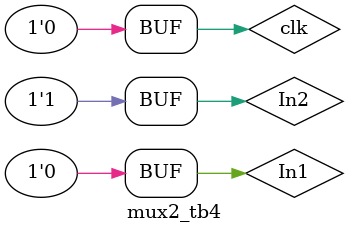
<source format=v>
`timescale 1ns/1ns
`include "mux2.v"
module mux2_tb4;
	wire Out;
	reg In1,In2,clk;
	mux2 mux2(clk, In1, In2, Out );
	initial
		begin
	
   #3 In2=1'b0;In1=1'b1; clk=1'b0;
   #5 In2=1'b0;In1=1'b1; clk=1'b1;
   #3 In2=1'b0;In1=1'b0; clk=1'b1;
   #5 In2=1'b1;In1=1'b0; clk=1'b0;

   #3 In2=1'b1;In1=1'b1; clk=1'b0;
   #5 In2=1'b1;In1=1'b1; clk=1'b1;
   #3 In2=1'b1;In1=1'b0; clk=1'b1;
   #5 In2=1'b0;In1=1'b0; clk=1'b0;
  
   #3 In2=1'b0;In1=1'b1; clk=1'b0;
   #5 In2=1'b0;In1=1'b1; clk=1'b1;
   #3 In2=1'b1;In1=1'b0; clk=1'b1;
   #5 In2=1'b1;In1=1'b0; clk=1'b0;
					
		end

always @( clk or In1 or In2)
#1 $display("t=%t",$time," clk=%b",clk," Out=%b",Out," In=%b%b",In2,In1);

initial  begin
    $dumpfile ("mux2_4.vcd"); 
    $dumpvars;
end
endmodule
</source>
